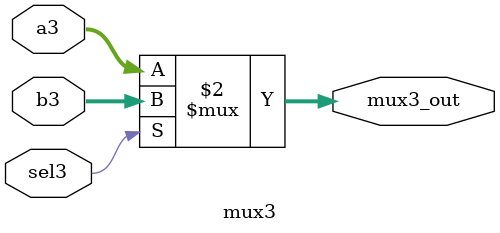
<source format=v>
module mux3(sel3,a3,b3,mux3_out);
input sel3;
input[31:0]a3,b3;
output[31:0]mux3_out;
assign mux3_out = (sel3==1'b0)?a3:b3;
endmodule

</source>
